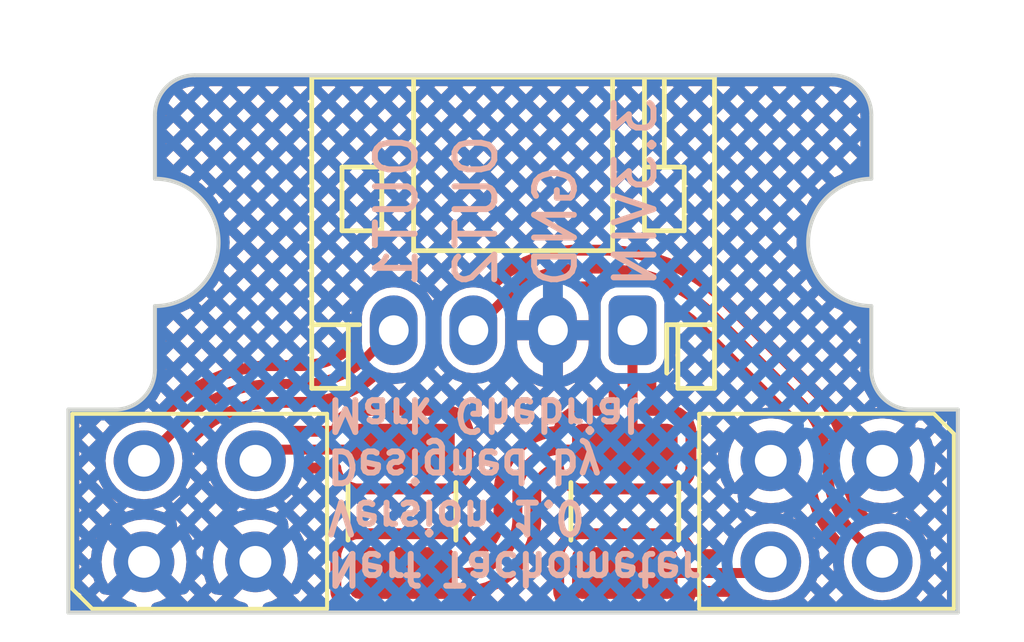
<source format=kicad_pcb>
(kicad_pcb (version 20221018) (generator pcbnew)
  (layers (0 "F.Cu" signal) (31 "B.Cu" signal) (34 "B.Paste" user) (35 "F.Paste" user) (36 "B.SilkS" user "B.Silkscreen") (37 "F.SilkS" user "F.Silkscreen") (38 "B.Mask" user) (39 "F.Mask" user) (44 "Edge.Cuts" user))
  (net 0 "")
  (net 1 "+3.3V")
  (net 2 "GND")
  (net 3 "/OUT1")
  (net 4 "/OUT2")
  (net 5 "Net-(U1-LED_VIN)")
  (net 6 "Net-(U2-LED_VIN)")
  (footprint "Connector_JST:JST_PH_S4B-PH-K_1x04_P2.00mm_Horizontal" (layer "F.Cu") (at 159.192893 107.15 180)
    (fp_text reference "J1" hide)
    (fp_text value "Conn_01x04")
    (fp_line (start -2.06 -1.46) (end -2.06 6.36) (stroke (width 0.12)) (layer "F.SilkS"))
    (fp_line (start -2.06 0.14) (end -1.14 0.14) (stroke (width 0.12)) (layer "F.SilkS"))
    (fp_line (start -2.06 6.36) (end 8.06 6.36) (stroke (width 0.12)) (layer "F.SilkS"))
    (fp_line (start -1.3 2.5) (end -1.3 4.1) (stroke (width 0.12)) (layer "F.SilkS"))
    (fp_line (start -1.3 4.1) (end -0.3 4.1) (stroke (width 0.12)) (layer "F.SilkS"))
    (fp_line (start -1.14 -1.46) (end -2.06 -1.46) (stroke (width 0.12)) (layer "F.SilkS"))
    (fp_line (start -1.14 0.14) (end -1.14 -1.46) (stroke (width 0.12)) (layer "F.SilkS"))
    (fp_line (start -0.86 0.14) (end -1.14 0.14) (stroke (width 0.12)) (layer "F.SilkS"))
    (fp_line (start -0.86 0.14) (end -0.86 -1.075) (stroke (width 0.12)) (layer "F.SilkS"))
    (fp_line (start -0.8 4.1) (end -0.8 6.36) (stroke (width 0.12)) (layer "F.SilkS"))
    (fp_line (start -0.3 2.5) (end -1.3 2.5) (stroke (width 0.12)) (layer "F.SilkS"))
    (fp_line (start -0.3 4.1) (end -0.3 2.5) (stroke (width 0.12)) (layer "F.SilkS"))
    (fp_line (start -0.3 4.1) (end -0.3 6.36) (stroke (width 0.12)) (layer "F.SilkS"))
    (fp_line (start 0.5 2) (end 5.5 2) (stroke (width 0.12)) (layer "F.SilkS"))
    (fp_line (start 0.5 6.36) (end 0.5 2) (stroke (width 0.12)) (layer "F.SilkS"))
    (fp_line (start 5.5 2) (end 5.5 6.36) (stroke (width 0.12)) (layer "F.SilkS"))
    (fp_line (start 6.3 2.5) (end 7.3 2.5) (stroke (width 0.12)) (layer "F.SilkS"))
    (fp_line (start 6.3 4.1) (end 6.3 2.5) (stroke (width 0.12)) (layer "F.SilkS"))
    (fp_line (start 7.14 -1.46) (end 7.14 0.14) (stroke (width 0.12)) (layer "F.SilkS"))
    (fp_line (start 7.14 0.14) (end 6.86 0.14) (stroke (width 0.12)) (layer "F.SilkS"))
    (fp_line (start 7.3 2.5) (end 7.3 4.1) (stroke (width 0.12)) (layer "F.SilkS"))
    (fp_line (start 7.3 4.1) (end 6.3 4.1) (stroke (width 0.12)) (layer "F.SilkS"))
    (fp_line (start 8.06 -1.46) (end 7.14 -1.46) (stroke (width 0.12)) (layer "F.SilkS"))
    (fp_line (start 8.06 0.14) (end 7.14 0.14) (stroke (width 0.12)) (layer "F.SilkS"))
    (fp_line (start 8.06 6.36) (end 8.06 -1.46) (stroke (width 0.12)) (layer "F.SilkS"))
    (pad "1" thru_hole roundrect (at 0 0 180) (size 1.2 1.75) (drill 0.75) (layers "*.Cu" "*.Mask") (roundrect_rratio 0.2083333333) (net 1 "+3.3V"))
    (pad "2" thru_hole oval (at 2 0 180) (size 1.2 1.75) (drill 0.75) (layers "*.Cu" "*.Mask") (net 2 "GND"))
    (pad "3" thru_hole oval (at 4 0 180) (size 1.2 1.75) (drill 0.75) (layers "*.Cu" "*.Mask") (net 4 "/OUT2"))
    (pad "4" thru_hole oval (at 6 0 180) (size 1.2 1.75) (drill 0.75) (layers "*.Cu" "*.Mask") (net 3 "/OUT1"))
  )
  (footprint "Marks Library:ITR20001-T" (layer "F.Cu") (at 164.067893 111.7 -90)
    (fp_text reference "U2" hide)
    (fp_text value "~")
    (fp_line (start -2.45 3.2) (end -2.45 -2.7) (stroke (width 0.1)) (layer "F.SilkS"))
    (fp_line (start -1.95 -3.2) (end -2.45 -2.7) (stroke (width 0.1)) (layer "F.SilkS"))
    (fp_line (start 2.45 -3.2) (end -1.95 -3.2) (stroke (width 0.1)) (layer "F.SilkS"))
    (fp_line (start 2.45 3.2) (end -2.45 3.2) (stroke (width 0.1)) (layer "F.SilkS"))
    (fp_line (start 2.45 3.2) (end 2.45 -3.2) (stroke (width 0.1)) (layer "F.SilkS"))
    (pad "1" thru_hole circle (at -1.27 -1.4 270) (size 1.524 1.524) (drill 0.8) (layers "*.Cu" "*.Mask") (net 2 "GND"))
    (pad "2" thru_hole circle (at -1.27 1.4 270) (size 1.524 1.524) (drill 0.8) (layers "*.Cu" "*.Mask") (net 2 "GND"))
    (pad "3" thru_hole circle (at 1.27 1.4 270) (size 1.524 1.524) (drill 0.8) (layers "*.Cu" "*.Mask") (net 6 "Net-(U2-LED_VIN)"))
    (pad "4" thru_hole circle (at 1.27 -1.4 270) (size 1.524 1.524) (drill 0.8) (layers "*.Cu" "*.Mask") (net 4 "/OUT2"))
  )
  (footprint "Resistor_SMD:R_1210_3225Metric_Pad1.30x2.65mm_HandSolder" (layer "F.Cu") (at 159 111.7 90)
    (fp_text reference "R2" hide)
    (fp_text value "470")
    (fp_line (start -0.723737 -1.355) (end 0.723737 -1.355) (stroke (width 0.12)) (layer "F.SilkS"))
    (fp_line (start -0.723737 1.355) (end 0.723737 1.355) (stroke (width 0.12)) (layer "F.SilkS"))
    (pad "1" smd roundrect (at -1.55 0 90) (size 1.3 2.65) (layers "F.Cu" "F.Paste" "F.Mask") (roundrect_rratio 0.1923076923) (net 6 "Net-(U2-LED_VIN)"))
    (pad "2" smd roundrect (at 1.55 0 90) (size 1.3 2.65) (layers "F.Cu" "F.Paste" "F.Mask") (roundrect_rratio 0.1923076923) (net 1 "+3.3V"))
  )
  (footprint "Resistor_SMD:R_1210_3225Metric_Pad1.30x2.65mm_HandSolder" (layer "F.Cu") (at 153.4 111.7 -90)
    (fp_text reference "R1" hide)
    (fp_text value "470")
    (fp_line (start -0.723737 -1.355) (end 0.723737 -1.355) (stroke (width 0.12)) (layer "F.SilkS"))
    (fp_line (start -0.723737 1.355) (end 0.723737 1.355) (stroke (width 0.12)) (layer "F.SilkS"))
    (pad "1" smd roundrect (at -1.55 0 270) (size 1.3 2.65) (layers "F.Cu" "F.Paste" "F.Mask") (roundrect_rratio 0.1923076923) (net 5 "Net-(U1-LED_VIN)"))
    (pad "2" smd roundrect (at 1.55 0 270) (size 1.3 2.65) (layers "F.Cu" "F.Paste" "F.Mask") (roundrect_rratio 0.1923076923) (net 1 "+3.3V"))
  )
  (footprint "Marks Library:ITR20001-T" (layer "F.Cu") (at 148.317893 111.7 90)
    (fp_text reference "U1" hide)
    (fp_text value "~")
    (fp_line (start -2.45 3.2) (end -2.45 -2.7) (stroke (width 0.1)) (layer "F.SilkS"))
    (fp_line (start -1.95 -3.2) (end -2.45 -2.7) (stroke (width 0.1)) (layer "F.SilkS"))
    (fp_line (start 2.45 -3.2) (end -1.95 -3.2) (stroke (width 0.1)) (layer "F.SilkS"))
    (fp_line (start 2.45 3.2) (end -2.45 3.2) (stroke (width 0.1)) (layer "F.SilkS"))
    (fp_line (start 2.45 3.2) (end 2.45 -3.2) (stroke (width 0.1)) (layer "F.SilkS"))
    (pad "1" thru_hole circle (at -1.27 -1.4 90) (size 1.524 1.524) (drill 0.8) (layers "*.Cu" "*.Mask") (net 2 "GND"))
    (pad "2" thru_hole circle (at -1.27 1.4 90) (size 1.524 1.524) (drill 0.8) (layers "*.Cu" "*.Mask") (net 2 "GND"))
    (pad "3" thru_hole circle (at 1.27 1.4 90) (size 1.524 1.524) (drill 0.8) (layers "*.Cu" "*.Mask") (net 5 "Net-(U1-LED_VIN)"))
    (pad "4" thru_hole circle (at 1.27 -1.4 90) (size 1.524 1.524) (drill 0.8) (layers "*.Cu" "*.Mask") (net 3 "/OUT1"))
  )
  (gr_line (start 164.192893 100.742893) (end 148.192893 100.742893) (stroke (width 0.1)) (layer "Edge.Cuts"))
  (gr_line (start 145.017893 114.242893) (end 145.017893 109.142893) (stroke (width 0.1)) (layer "Edge.Cuts"))
  (gr_line (start 167.367893 109.142893) (end 166.192893 109.142893) (stroke (width 0.1)) (layer "Edge.Cuts"))
  (gr_line (start 165.192893 108.142893) (end 165.192893 106.542893) (stroke (width 0.1)) (layer "Edge.Cuts"))
  (gr_arc (start 166.192893 109.142893) (mid 165.485786 108.85) (end 165.192893 108.142893) (stroke (width 0.1)) (layer "Edge.Cuts"))
  (gr_arc (start 164.192893 100.742893) (mid 164.9 101.035786) (end 165.192893 101.742893) (stroke (width 0.1)) (layer "Edge.Cuts"))
  (gr_arc (start 147.192893 101.742893) (mid 147.485786 101.035786) (end 148.192893 100.742893) (stroke (width 0.1)) (layer "Edge.Cuts"))
  (gr_line (start 147.192893 103.342893) (end 147.192893 101.742893) (stroke (width 0.1)) (layer "Edge.Cuts"))
  (gr_line (start 165.192893 103.342893) (end 165.192893 101.742893) (stroke (width 0.1)) (layer "Edge.Cuts"))
  (gr_line (start 145.017893 109.142893) (end 146.192893 109.142893) (stroke (width 0.1)) (layer "Edge.Cuts"))
  (gr_arc (start 147.192893 103.342893) (mid 148.792893 104.942893) (end 147.192893 106.542893) (stroke (width 0.1)) (layer "Edge.Cuts"))
  (gr_line (start 145.017893 114.242893) (end 167.367893 114.242893) (stroke (width 0.1)) (layer "Edge.Cuts"))
  (gr_line (start 147.192893 108.142893) (end 147.192893 106.542893) (stroke (width 0.1)) (layer "Edge.Cuts"))
  (gr_arc (start 165.192893 106.542893) (mid 163.592893 104.942893) (end 165.192893 103.342893) (stroke (width 0.1)) (layer "Edge.Cuts"))
  (gr_arc (start 147.192893 108.142893) (mid 146.9 108.85) (end 146.192893 109.142893) (stroke (width 0.1)) (layer "Edge.Cuts"))
  (gr_line (start 167.367893 114.242893) (end 167.367893 109.142893) (stroke (width 0.1)) (layer "Edge.Cuts"))
  (gr_text "3.3VIN" (at 159.85 101.19762 90) (layer "B.SilkS") (effects (font (size 1 1)) (justify left bottom mirror)))
  (gr_text "OUT2" (at 155.85 102.15 90) (layer "B.SilkS") (effects (font (size 1 1)) (justify left bottom mirror)))
  (gr_text "GND" (at 157.85 102.911905 90) (layer "B.SilkS") (effects (font (size 1 1)) (justify left bottom mirror)))
  (gr_text "Nerf Tachometer\nVersion 1.0\nDesigned by\nMark Ghebrial" (at 151.45 108.8 180) (layer "B.SilkS") (effects (font (size 0.8 0.75)) (justify left bottom mirror)))
  (gr_text "OUT1" (at 153.85 102.15 90) (layer "B.SilkS") (effects (font (size 1 1)) (justify left bottom mirror)))
  (segment (start 159.192893 109.820711) (end 159.192893 107.15) (width 0.25) (layer "F.Cu") (net 1))
  (segment (start 154.934314 113.25) (end 153.4 113.25) (width 0.25) (layer "F.Cu") (net 1))
  (segment (start 156.3 111.884314) (end 156.3 111.259619) (width 0.25) (layer "F.Cu") (net 1))
  (segment (start 158.863604 110.15) (end 157.409619 110.15) (width 0.25) (layer "F.Cu") (net 1))
  (arc (start 159.192893 109.820711) (mid 159.167827 109.946724) (end 159.096446 110.053553) (width 0.25) (layer "F.Cu") (net 1))
  (arc (start 155.9 112.85) (mid 155.456939 113.146043) (end 154.934314 113.25) (width 0.25) (layer "F.Cu") (net 1))
  (arc (start 157.409619 110.15) (mid 156.984986 110.234464) (end 156.625 110.475) (width 0.25) (layer "F.Cu") (net 1))
  (arc (start 156.3 111.884314) (mid 156.196043 112.406939) (end 155.9 112.85) (width 0.25) (layer "F.Cu") (net 1))
  (arc (start 159.096446 110.053553) (mid 158.989617 110.124934) (end 158.863604 110.15) (width 0.25) (layer "F.Cu") (net 1))
  (arc (start 156.625 110.475) (mid 156.384464 110.834986) (end 156.3 111.259619) (width 0.25) (layer "F.Cu") (net 1))
  (segment (start 152.517893 107.825) (end 153.192893 107.15) (width 0.25) (layer "F.Cu") (net 3))
  (segment (start 150.888298 108.5) (end 150.212609 108.5) (width 0.25) (layer "F.Cu") (net 3))
  (segment (start 147.882893 109.465) (end 146.917893 110.43) (width 0.25) (layer "F.Cu") (net 3))
  (arc (start 152.517893 107.825) (mid 151.770228 108.324573) (end 150.888298 108.5) (width 0.25) (layer "F.Cu") (net 3))
  (arc (start 150.212609 108.5) (mid 148.951775 108.750795) (end 147.882893 109.465) (width 0.25) (layer "F.Cu") (net 3))
  (segment (start 158.396446 105.6) (end 157.838908 105.6) (width 0.25) (layer "F.Cu") (net 4))
  (segment (start 163.409825 108.959825) (end 161.219238 106.769238) (width 0.25) (layer "F.Cu") (net 4))
  (segment (start 155.967893 106.375) (end 155.192893 107.15) (width 0.25) (layer "F.Cu") (net 4))
  (segment (start 164.783946 112.286053) (end 165.467893 112.97) (width 0.25) (layer "F.Cu") (net 4))
  (segment (start 164.1 110.626053) (end 164.1 110.63486) (width 0.25) (layer "F.Cu") (net 4))
  (arc (start 164.1 110.63486) (mid 164.277751 111.528479) (end 164.783946 112.286053) (width 0.25) (layer "F.Cu") (net 4))
  (arc (start 157.838908 105.6) (mid 156.826322 105.801415) (end 155.967893 106.375) (width 0.25) (layer "F.Cu") (net 4))
  (arc (start 163.409825 108.959825) (mid 163.920629 109.724297) (end 164.1 110.626053) (width 0.25) (layer "F.Cu") (net 4))
  (arc (start 161.219238 106.769238) (mid 159.92413 105.903875) (end 158.396446 105.6) (width 0.25) (layer "F.Cu") (net 4))
  (segment (start 150.195882 110.15) (end 153.4 110.15) (width 0.25) (layer "F.Cu") (net 5))
  (segment (start 149.857893 110.29) (end 149.717893 110.43) (width 0.25) (layer "F.Cu") (net 5))
  (arc (start 150.195882 110.15) (mid 150.012963 110.186384) (end 149.857893 110.29) (width 0.25) (layer "F.Cu") (net 5))
  (segment (start 162.189903 113.25) (end 159 113.25) (width 0.25) (layer "F.Cu") (net 6))
  (segment (start 162.527893 113.11) (end 162.667893 112.97) (width 0.25) (layer "F.Cu") (net 6))
  (arc (start 162.527893 113.11) (mid 162.372821 113.213615) (end 162.189903 113.25) (width 0.25) (layer "F.Cu") (net 6))
  (zone (net 2) (net_name "GND") (layers "F&B.Cu") (priority 1) (connect_pads (clearance 0.2)) (min_thickness 0.25) (fill yes (mode hatch) (thermal_gap 0.3) (thermal_bridge_width 0.5) (island_removal_mode 1) (island_area_min 10) (hatch_thickness 0.25) (hatch_gap 0.25) (hatch_orientation 45) (hatch_border_algorithm hatch_thickness) (hatch_min_hole_area 0.3))
    (polygon (pts (xy 169.05 99.75) (xy 143.3 99.75) (xy 143.3 115) (xy 169.05 115)))
  )
)
</source>
